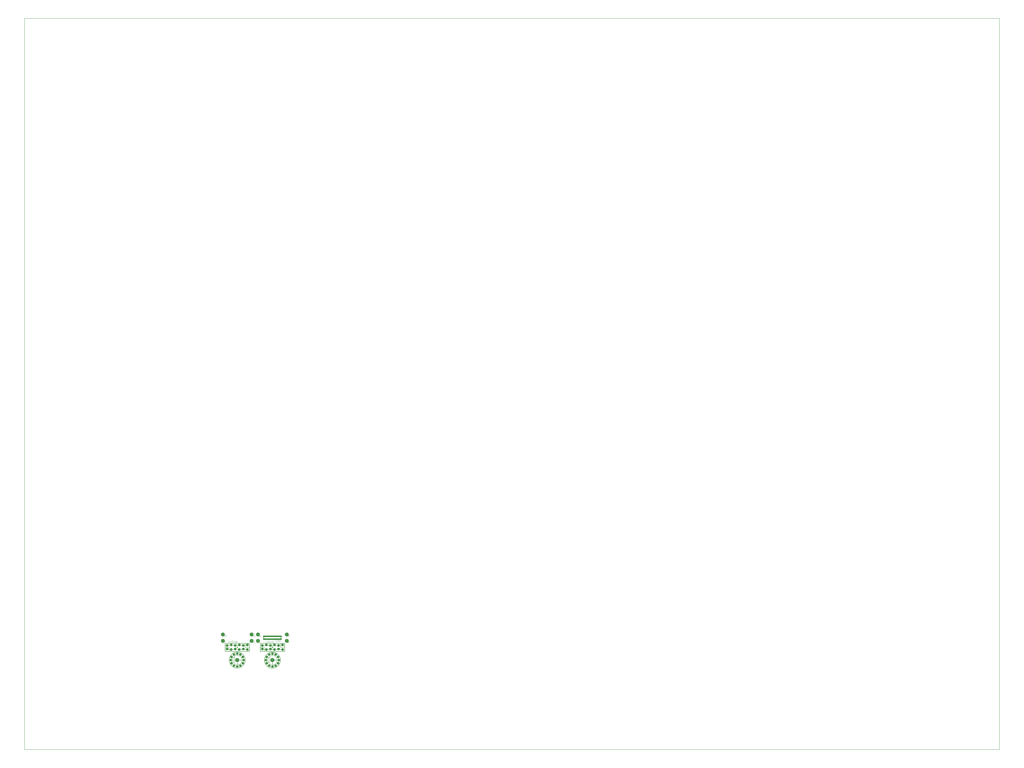
<source format=gbr>
G04 This is an RS-274x file exported by *
G04 gerbv version 2.7.0 *
G04 More information is available about gerbv at *
G04 http://gerbv.geda-project.org/ *
G04 --End of header info--*
%MOIN*%
%FSLAX36Y36*%
%IPPOS*%
G04 --Define apertures--*
%ADD10C,0.0100*%
%ADD11C,0.0060*%
%ADD12C,0.0040*%
%ADD13C,0.0551*%
%ADD14C,0.0600*%
%ADD15C,0.0945*%
%ADD16C,0.0001*%
%ADD17C,0.0394*%
%ADD18C,0.0380*%
%ADD19C,0.0787*%
%ADD20R,0.0060X0.0060*%
%ADD21C,0.0611*%
%ADD22C,0.0660*%
%ADD23C,0.0960*%
%ADD24C,0.1005*%
%ADD25C,0.0390*%
%ADD26C,0.0790*%
G04 --Start main section--*
G54D10*
G01X6102360Y2542720D02*
G01X6102360Y2492720D01*
G01X6077360Y2517720D02*
G01X6127360Y2517720D01*
G01X5221220Y2517720D02*
G01X5251220Y2517720D01*
G01X5236220Y2532720D02*
G01X5236220Y2502720D01*
G01X6161420Y2202760D02*
G01X6204720Y2202760D01*
G01X6102360Y2143700D02*
G01X6102360Y2100390D01*
G54D11*
G01X6102360Y2320870D02*
G75*
G03X5984250Y2202760I0000000J-118110D01*
G01X6220470Y2202760D02*
G75*
G03X6102360Y2320870I-118110J0000000D01*
G01X6102360Y2084650D02*
G75*
G03X6220470Y2202760I0000000J0118110D01*
G01X5984250Y2202760D02*
G75*
G03X6102360Y2084650I0118110J0000000D01*
G01X5944880Y2202760D02*
G75*
G03X6102360Y2045280I0157480J0000000D01*
G01X6102360Y2045280D02*
G75*
G03X6259840Y2202760I0000000J0157480D01*
G01X6259840Y2202760D02*
G75*
G03X6102360Y2360240I-157480J0000000D01*
G01X6102360Y2360240D02*
G75*
G03X5944880Y2202760I0000000J-157480D01*
G54D10*
G01X6102360Y2005910D02*
G75*
G03X6299210Y2202760I0000000J0196850D01*
G01X6299210Y2202760D02*
G75*
G03X6102360Y2399610I-196850J0000000D01*
G01X6102360Y2399610D02*
G75*
G03X5905510Y2202760I0000000J-196850D01*
G01X5905510Y2202760D02*
G75*
G03X6102360Y2005910I0196850J0000000D01*
G01X5802360Y2617720D02*
G01X6402360Y2617720D01*
G01X5802360Y2617720D02*
G01X5802360Y2417720D01*
G01X5802360Y2417720D02*
G01X6402360Y2417720D01*
G01X6402360Y2617720D02*
G01X6402360Y2417720D01*
G54D11*
G01X5852360Y2567720D02*
G01X6352360Y2567720D01*
G01X5852360Y2467720D02*
G01X6352360Y2467720D01*
G01X5802360Y2517720D02*
G01X5902360Y2517720D01*
G01X5902360Y2517720D02*
G01X5902360Y2417720D01*
G01X6302360Y2617720D02*
G01X6302360Y2517720D01*
G01X6302360Y2517720D02*
G01X6402360Y2517720D01*
G54D10*
G01X4935990Y2617880D02*
G01X5535990Y2617880D01*
G01X4935990Y2617880D02*
G01X4935990Y2417880D01*
G01X4935990Y2417880D02*
G01X5535990Y2417880D01*
G01X5535990Y2617880D02*
G01X5535990Y2417880D01*
G54D11*
G01X4985990Y2567880D02*
G01X5485990Y2567880D01*
G01X4985990Y2467880D02*
G01X5485990Y2467880D01*
G01X4935990Y2517880D02*
G01X5035990Y2517880D01*
G01X5035990Y2517880D02*
G01X5035990Y2417880D01*
G01X5435990Y2617880D02*
G01X5435990Y2517880D01*
G01X5435990Y2517880D02*
G01X5535990Y2517880D01*
G54D10*
G01X5295280Y2202760D02*
G01X5338580Y2202760D01*
G01X5236220Y2143700D02*
G01X5236220Y2100390D01*
G54D11*
G01X5236220Y2320870D02*
G75*
G03X5118110Y2202760I0000000J-118110D01*
G01X5354330Y2202760D02*
G75*
G03X5236220Y2320870I-118110J0000000D01*
G01X5236220Y2084650D02*
G75*
G03X5354330Y2202760I0000000J0118110D01*
G01X5118110Y2202760D02*
G75*
G03X5236220Y2084650I0118110J0000000D01*
G01X5078740Y2202760D02*
G75*
G03X5236220Y2045280I0157480J0000000D01*
G01X5236220Y2045280D02*
G75*
G03X5393700Y2202760I0000000J0157480D01*
G01X5393700Y2202760D02*
G75*
G03X5236220Y2360240I-157480J0000000D01*
G01X5236220Y2360240D02*
G75*
G03X5078740Y2202760I0000000J-157480D01*
G54D10*
G01X5236220Y2005910D02*
G75*
G03X5433070Y2202760I0000000J0196850D01*
G01X5433070Y2202760D02*
G75*
G03X5236220Y2399610I-196850J0000000D01*
G01X5236220Y2399610D02*
G75*
G03X5039370Y2202760I0000000J-196850D01*
G01X5039370Y2202760D02*
G75*
G03X5236220Y2005910I0196850J0000000D01*
G54D12*
G01X6131890Y2670980D02*
G01X6131890Y2640980D01*
G01X6131890Y2640980D02*
G01X6126890Y2635980D01*
G01X6116890Y2635980D02*
G01X6126890Y2635980D01*
G01X6116890Y2635980D02*
G01X6111890Y2640980D01*
G01X6111890Y2670980D02*
G01X6111890Y2640980D01*
G01X6116890Y2675980D02*
G01X6111890Y2670980D01*
G01X6116890Y2675980D02*
G01X6126890Y2675980D01*
G01X6131890Y2670980D02*
G01X6126890Y2675980D01*
G01X6099890Y2675980D02*
G01X6099890Y2635980D01*
G01X6079890Y2635980D02*
G01X6099890Y2635980D01*
G01X6084890Y2653980D02*
G01X6099890Y2653980D01*
G01X6067890Y2675980D02*
G01X6067890Y2635980D01*
G01X6047890Y2635980D02*
G01X6067890Y2635980D01*
G01X6052890Y2653980D02*
G01X6067890Y2653980D01*
G01X6015890Y2635980D02*
G01X6010890Y2640980D01*
G01X6015890Y2635980D02*
G01X6030890Y2635980D01*
G01X6035890Y2640980D02*
G01X6030890Y2635980D01*
G01X6035890Y2650980D02*
G01X6035890Y2640980D01*
G01X6035890Y2650980D02*
G01X6030890Y2655980D01*
G01X6015890Y2655980D02*
G01X6030890Y2655980D01*
G01X6015890Y2655980D02*
G01X6010890Y2660980D01*
G01X6010890Y2670980D02*
G01X6010890Y2660980D01*
G01X6015890Y2675980D02*
G01X6010890Y2670980D01*
G01X6015890Y2675980D02*
G01X6030890Y2675980D01*
G01X6035890Y2670980D02*
G01X6030890Y2675980D01*
G01X5983890Y2653980D02*
G01X5998890Y2653980D01*
G01X5978890Y2675980D02*
G01X5998890Y2675980D01*
G01X5998890Y2675980D02*
G01X5998890Y2635980D01*
G01X5978890Y2635980D02*
G01X5998890Y2635980D01*
G01X5946890Y2635980D02*
G01X5966890Y2635980D01*
G01X5956890Y2675980D02*
G01X5956890Y2635980D01*
G01X5934890Y2643980D02*
G01X5926890Y2635980D01*
G01X5926890Y2675980D02*
G01X5926890Y2635980D01*
G01X5919890Y2675980D02*
G01X5934890Y2675980D01*
G01X6456690Y2665200D02*
G01X6456690Y2625200D01*
G01X6481690Y2665200D02*
G01X6481690Y2625200D01*
G01X6456690Y2645200D02*
G01X6481690Y2645200D01*
G01X6493690Y2660200D02*
G01X6498690Y2665200D01*
G01X6498690Y2665200D02*
G01X6508690Y2665200D01*
G01X6508690Y2665200D02*
G01X6513690Y2660200D01*
G01X6508690Y2625200D02*
G01X6513690Y2630200D01*
G01X6498690Y2625200D02*
G01X6508690Y2625200D01*
G01X6493690Y2630200D02*
G01X6498690Y2625200D01*
G01X6498690Y2647200D02*
G01X6508690Y2647200D01*
G01X6513690Y2660200D02*
G01X6513690Y2652200D01*
G01X6513690Y2642200D02*
G01X6513690Y2630200D01*
G01X6513690Y2642200D02*
G01X6508690Y2647200D01*
G01X6513690Y2652200D02*
G01X6508690Y2647200D01*
G01X6456690Y2822680D02*
G01X6456690Y2782680D01*
G01X6481690Y2822680D02*
G01X6481690Y2782680D01*
G01X6456690Y2802680D02*
G01X6481690Y2802680D01*
G01X6493690Y2797680D02*
G01X6513690Y2822680D01*
G01X6493690Y2797680D02*
G01X6518690Y2797680D01*
G01X6513690Y2822680D02*
G01X6513690Y2782680D01*
G01X6297600Y2696460D02*
G01X6297600Y2656460D01*
G01X6297600Y2656460D02*
G01X6282600Y2676460D01*
G01X6282600Y2676460D02*
G01X6267600Y2656460D01*
G01X6267600Y2696460D02*
G01X6267600Y2656460D01*
G01X6240600Y2674460D02*
G01X6255600Y2674460D01*
G01X6235600Y2696460D02*
G01X6255600Y2696460D01*
G01X6255600Y2696460D02*
G01X6255600Y2656460D01*
G01X6235600Y2656460D02*
G01X6255600Y2656460D01*
G01X6198600Y2656460D02*
G01X6223600Y2656460D01*
G01X6223600Y2696460D02*
G01X6198600Y2656460D01*
G01X6198600Y2696460D02*
G01X6223600Y2696460D01*
G01X6186600Y2664460D02*
G01X6178600Y2656460D01*
G01X6178600Y2696460D02*
G01X6178600Y2656460D01*
G01X6171600Y2696460D02*
G01X6186600Y2696460D01*
G01X5748030Y2822680D02*
G01X5748030Y2782680D01*
G01X5773030Y2822680D02*
G01X5773030Y2782680D01*
G01X5748030Y2802680D02*
G01X5773030Y2802680D01*
G01X5785030Y2817680D02*
G01X5790030Y2822680D01*
G01X5790030Y2822680D02*
G01X5805030Y2822680D01*
G01X5805030Y2822680D02*
G01X5810030Y2817680D01*
G01X5810030Y2817680D02*
G01X5810030Y2807680D01*
G01X5785030Y2782680D02*
G01X5810030Y2807680D01*
G01X5785030Y2782680D02*
G01X5810030Y2782680D01*
G01X5748030Y2665200D02*
G01X5748030Y2625200D01*
G01X5773030Y2665200D02*
G01X5773030Y2625200D01*
G01X5748030Y2645200D02*
G01X5773030Y2645200D01*
G01X5785030Y2657200D02*
G01X5793030Y2665200D01*
G01X5793030Y2665200D02*
G01X5793030Y2625200D01*
G01X5785030Y2625200D02*
G01X5800030Y2625200D01*
G01X6052990Y2281500D02*
G01X6052990Y2261500D01*
G01X6052990Y2261500D02*
G01X6047990Y2256500D01*
G01X6037990Y2256500D02*
G01X6047990Y2256500D01*
G01X6032990Y2261500D02*
G01X6037990Y2256500D01*
G01X6032990Y2276500D02*
G01X6032990Y2261500D01*
G01X6012990Y2276500D02*
G01X6052990Y2276500D01*
G01X6032990Y2268500D02*
G01X6012990Y2256500D01*
G01X6052990Y2244500D02*
G01X6052990Y2234500D01*
G01X6012990Y2239500D02*
G01X6052990Y2239500D01*
G01X6012990Y2244500D02*
G01X6012990Y2234500D01*
G01X6012990Y2222500D02*
G01X6052990Y2222500D01*
G01X6052990Y2222500D02*
G01X6012990Y2197500D01*
G01X6012990Y2197500D02*
G01X6052990Y2197500D01*
G01X6052990Y2165500D02*
G01X6047990Y2160500D01*
G01X6052990Y2180500D02*
G01X6052990Y2165500D01*
G01X6047990Y2185500D02*
G01X6052990Y2180500D01*
G01X6017990Y2185500D02*
G01X6047990Y2185500D01*
G01X6017990Y2185500D02*
G01X6012990Y2180500D01*
G01X6012990Y2180500D02*
G01X6012990Y2165500D01*
G01X6012990Y2165500D02*
G01X6017990Y2160500D01*
G01X6017990Y2160500D02*
G01X6027990Y2160500D01*
G01X6032990Y2165500D02*
G01X6027990Y2160500D01*
G01X6032990Y2175500D02*
G01X6032990Y2165500D01*
G01X6044990Y2148500D02*
G01X6052990Y2140500D01*
G01X6012990Y2140500D02*
G01X6052990Y2140500D01*
G01X6012990Y2148500D02*
G01X6012990Y2133500D01*
G01X5236220Y2670990D02*
G01X5236220Y2640990D01*
G01X5236220Y2640990D02*
G01X5231220Y2635990D01*
G01X5221220Y2635990D02*
G01X5231220Y2635990D01*
G01X5221220Y2635990D02*
G01X5216220Y2640990D01*
G01X5216220Y2670990D02*
G01X5216220Y2640990D01*
G01X5221220Y2675990D02*
G01X5216220Y2670990D01*
G01X5221220Y2675990D02*
G01X5231220Y2675990D01*
G01X5236220Y2670990D02*
G01X5231220Y2675990D01*
G01X5204220Y2675990D02*
G01X5204220Y2635990D01*
G01X5184220Y2635990D02*
G01X5204220Y2635990D01*
G01X5189220Y2653990D02*
G01X5204220Y2653990D01*
G01X5172220Y2675990D02*
G01X5172220Y2635990D01*
G01X5152220Y2635990D02*
G01X5172220Y2635990D01*
G01X5157220Y2653990D02*
G01X5172220Y2653990D01*
G01X5120220Y2635990D02*
G01X5115220Y2640990D01*
G01X5120220Y2635990D02*
G01X5135220Y2635990D01*
G01X5140220Y2640990D02*
G01X5135220Y2635990D01*
G01X5140220Y2650990D02*
G01X5140220Y2640990D01*
G01X5140220Y2650990D02*
G01X5135220Y2655990D01*
G01X5120220Y2655990D02*
G01X5135220Y2655990D01*
G01X5120220Y2655990D02*
G01X5115220Y2660990D01*
G01X5115220Y2670990D02*
G01X5115220Y2660990D01*
G01X5120220Y2675990D02*
G01X5115220Y2670990D01*
G01X5120220Y2675990D02*
G01X5135220Y2675990D01*
G01X5140220Y2670990D02*
G01X5135220Y2675990D01*
G01X5088220Y2653990D02*
G01X5103220Y2653990D01*
G01X5083220Y2675990D02*
G01X5103220Y2675990D01*
G01X5103220Y2675990D02*
G01X5103220Y2635990D01*
G01X5083220Y2635990D02*
G01X5103220Y2635990D01*
G01X5051220Y2635990D02*
G01X5071220Y2635990D01*
G01X5061220Y2675990D02*
G01X5061220Y2635990D01*
G01X5039220Y2640990D02*
G01X5034220Y2635990D01*
G01X5024220Y2635990D02*
G01X5034220Y2635990D01*
G01X5024220Y2635990D02*
G01X5019220Y2640990D01*
G01X5024220Y2675990D02*
G01X5019220Y2670990D01*
G01X5024220Y2675990D02*
G01X5034220Y2675990D01*
G01X5039220Y2670990D02*
G01X5034220Y2675990D01*
G01X5024220Y2653990D02*
G01X5034220Y2653990D01*
G01X5019220Y2648990D02*
G01X5019220Y2640990D01*
G01X5019220Y2670990D02*
G01X5019220Y2658990D01*
G01X5019220Y2658990D02*
G01X5024220Y2653990D01*
G01X5019220Y2648990D02*
G01X5024220Y2653990D01*
G01X4881890Y2822680D02*
G01X4881890Y2782680D01*
G01X4906890Y2822680D02*
G01X4906890Y2782680D01*
G01X4881890Y2802680D02*
G01X4906890Y2802680D01*
G01X4918890Y2814680D02*
G01X4926890Y2822680D01*
G01X4926890Y2822680D02*
G01X4926890Y2782680D01*
G01X4918890Y2782680D02*
G01X4933890Y2782680D01*
G01X4945890Y2787680D02*
G01X4950890Y2782680D01*
G01X4945890Y2817680D02*
G01X4945890Y2787680D01*
G01X4945890Y2817680D02*
G01X4950890Y2822680D01*
G01X4950890Y2822680D02*
G01X4960890Y2822680D01*
G01X4960890Y2822680D02*
G01X4965890Y2817680D01*
G01X4965890Y2817680D02*
G01X4965890Y2787680D01*
G01X4960890Y2782680D02*
G01X4965890Y2787680D01*
G01X4950890Y2782680D02*
G01X4960890Y2782680D01*
G01X4945890Y2792680D02*
G01X4965890Y2812680D01*
G01X4881890Y2665200D02*
G01X4881890Y2625200D01*
G01X4906890Y2665200D02*
G01X4906890Y2625200D01*
G01X4881890Y2645200D02*
G01X4906890Y2645200D01*
G01X4923890Y2625200D02*
G01X4938890Y2645200D01*
G01X4938890Y2660200D02*
G01X4938890Y2645200D01*
G01X4933890Y2665200D02*
G01X4938890Y2660200D01*
G01X4923890Y2665200D02*
G01X4933890Y2665200D01*
G01X4918890Y2660200D02*
G01X4923890Y2665200D01*
G01X4918890Y2660200D02*
G01X4918890Y2650200D01*
G01X4918890Y2650200D02*
G01X4923890Y2645200D01*
G01X4923890Y2645200D02*
G01X4938890Y2645200D01*
G01X5186850Y2281500D02*
G01X5186850Y2261500D01*
G01X5186850Y2261500D02*
G01X5181850Y2256500D01*
G01X5171850Y2256500D02*
G01X5181850Y2256500D01*
G01X5166850Y2261500D02*
G01X5171850Y2256500D01*
G01X5166850Y2276500D02*
G01X5166850Y2261500D01*
G01X5146850Y2276500D02*
G01X5186850Y2276500D01*
G01X5166850Y2268500D02*
G01X5146850Y2256500D01*
G01X5186850Y2244500D02*
G01X5186850Y2234500D01*
G01X5146850Y2239500D02*
G01X5186850Y2239500D01*
G01X5146850Y2244500D02*
G01X5146850Y2234500D01*
G01X5146850Y2222500D02*
G01X5186850Y2222500D01*
G01X5186850Y2222500D02*
G01X5146850Y2197500D01*
G01X5146850Y2197500D02*
G01X5186850Y2197500D01*
G01X5186850Y2165500D02*
G01X5181850Y2160500D01*
G01X5186850Y2180500D02*
G01X5186850Y2165500D01*
G01X5181850Y2185500D02*
G01X5186850Y2180500D01*
G01X5151850Y2185500D02*
G01X5181850Y2185500D01*
G01X5151850Y2185500D02*
G01X5146850Y2180500D01*
G01X5146850Y2180500D02*
G01X5146850Y2165500D01*
G01X5146850Y2165500D02*
G01X5151850Y2160500D01*
G01X5151850Y2160500D02*
G01X5161850Y2160500D01*
G01X5166850Y2165500D02*
G01X5161850Y2160500D01*
G01X5166850Y2175500D02*
G01X5166850Y2165500D01*
G01X5181850Y2148500D02*
G01X5186850Y2143500D01*
G01X5186850Y2143500D02*
G01X5186850Y2133500D01*
G01X5186850Y2133500D02*
G01X5181850Y2128500D01*
G01X5146850Y2133500D02*
G01X5151850Y2128500D01*
G01X5146850Y2143500D02*
G01X5146850Y2133500D01*
G01X5151850Y2148500D02*
G01X5146850Y2143500D01*
G01X5168850Y2143500D02*
G01X5168850Y2133500D01*
G01X5173850Y2128500D02*
G01X5181850Y2128500D01*
G01X5151850Y2128500D02*
G01X5163850Y2128500D01*
G01X5163850Y2128500D02*
G01X5168850Y2133500D01*
G01X5173850Y2128500D02*
G01X5168850Y2133500D01*
G01X5590550Y2665200D02*
G01X5590550Y2625200D01*
G01X5615550Y2665200D02*
G01X5615550Y2625200D01*
G01X5590550Y2645200D02*
G01X5615550Y2645200D01*
G01X5627550Y2657200D02*
G01X5635550Y2665200D01*
G01X5635550Y2665200D02*
G01X5635550Y2625200D01*
G01X5627550Y2625200D02*
G01X5642550Y2625200D01*
G01X5654550Y2657200D02*
G01X5662550Y2665200D01*
G01X5662550Y2665200D02*
G01X5662550Y2625200D01*
G01X5654550Y2625200D02*
G01X5669550Y2625200D01*
G01X5590550Y2822680D02*
G01X5590550Y2782680D01*
G01X5615550Y2822680D02*
G01X5615550Y2782680D01*
G01X5590550Y2802680D02*
G01X5615550Y2802680D01*
G01X5627550Y2814680D02*
G01X5635550Y2822680D01*
G01X5635550Y2822680D02*
G01X5635550Y2782680D01*
G01X5627550Y2782680D02*
G01X5642550Y2782680D01*
G01X5654550Y2817680D02*
G01X5659550Y2822680D01*
G01X5659550Y2822680D02*
G01X5674550Y2822680D01*
G01X5674550Y2822680D02*
G01X5679550Y2817680D01*
G01X5679550Y2817680D02*
G01X5679550Y2807680D01*
G01X5654550Y2782680D02*
G01X5679550Y2807680D01*
G01X5654550Y2782680D02*
G01X5679550Y2782680D01*
G01X0000000Y0000000D02*
G54D13*
G01X6181100Y2338580D03*
G54D14*
G01X6152360Y2462720D03*
G54D13*
G01X6240160Y2279530D03*
G54D14*
G01X6352360Y2577720D03*
G01X6352360Y2462720D03*
G01X6252360Y2477720D03*
G01X6252360Y2562720D03*
G01X6152360Y2577720D03*
G01X6052360Y2562720D03*
G01X6052360Y2477720D03*
G54D15*
G01X6456690Y2675200D03*
G54D13*
G01X6102360Y2360240D03*
G01X5944880Y2202760D03*
G01X6023620Y2338580D03*
G01X5964570Y2279530D03*
G54D15*
G01X6102360Y2202760D03*
G54D13*
G01X6102360Y2045280D03*
G01X6259840Y2202760D03*
G01X6181100Y2066930D03*
G01X6240160Y2125980D03*
G01X6023620Y2066930D03*
G01X5964570Y2125980D03*
G54D14*
G01X5952360Y2462720D03*
G54D15*
G01X6456690Y2832680D03*
G01X5748030Y2832680D03*
G01X5590550Y2832680D03*
G01X4881890Y2832680D03*
G54D14*
G01X5952360Y2577720D03*
G01X5852360Y2562720D03*
G01X5852360Y2477720D03*
G54D15*
G01X5748030Y2675200D03*
G01X5590550Y2675200D03*
G54D14*
G01X5485990Y2577880D03*
G01X5285990Y2577880D03*
G01X5185990Y2562880D03*
G01X5085990Y2577880D03*
G01X4985990Y2562880D03*
G54D15*
G01X4881890Y2675200D03*
G54D14*
G01X5485990Y2462880D03*
G01X5285990Y2462880D03*
G01X5185990Y2477880D03*
G01X5085990Y2462880D03*
G01X4985990Y2477880D03*
G01X5385990Y2477880D03*
G01X5385990Y2562880D03*
G54D15*
G01X5236220Y2202760D03*
G54D13*
G01X5078740Y2202760D03*
G01X5098430Y2279530D03*
G01X5098430Y2125980D03*
G01X5236220Y2045280D03*
G01X5236220Y2360240D03*
G01X5157480Y2338580D03*
G01X5157480Y2066930D03*
G01X5393700Y2202760D03*
G01X5314960Y2066930D03*
G01X5314960Y2338580D03*
G01X5374020Y2125980D03*
G01X5374020Y2279530D03*
G54D16*
G36*
G01X6320670Y2797830D02*
G01X6312400Y2797830D01*
G01X6312400Y2770280D01*
G01X6320670Y2770280D01*
G01X6320670Y2797830D01*
G37*
G36*
G01X6320670Y2737600D02*
G01X6312400Y2737600D01*
G01X6312400Y2710040D01*
G01X6320670Y2710040D01*
G01X6320670Y2737600D01*
G37*
G36*
G01X6070870Y2798430D02*
G01X6064570Y2798430D01*
G01X6064570Y2780310D01*
G01X6070870Y2780310D01*
G01X6070870Y2798430D01*
G37*
G36*
G01X6084650Y2798430D02*
G01X6078350Y2798430D01*
G01X6078350Y2780310D01*
G01X6084650Y2780310D01*
G01X6084650Y2798430D01*
G37*
G36*
G01X6098430Y2798430D02*
G01X6092130Y2798430D01*
G01X6092130Y2780310D01*
G01X6098430Y2780310D01*
G01X6098430Y2798430D01*
G37*
G36*
G01X6112200Y2798430D02*
G01X6105910Y2798430D01*
G01X6105910Y2780310D01*
G01X6112200Y2780310D01*
G01X6112200Y2798430D01*
G37*
G36*
G01X6125980Y2798430D02*
G01X6119690Y2798430D01*
G01X6119690Y2780310D01*
G01X6125980Y2780310D01*
G01X6125980Y2798430D01*
G37*
G36*
G01X6139760Y2798430D02*
G01X6133460Y2798430D01*
G01X6133460Y2780310D01*
G01X6139760Y2780310D01*
G01X6139760Y2798430D01*
G37*
G36*
G01X6153540Y2798430D02*
G01X6147240Y2798430D01*
G01X6147240Y2780310D01*
G01X6153540Y2780310D01*
G01X6153540Y2798430D01*
G37*
G36*
G01X6167320Y2798430D02*
G01X6161020Y2798430D01*
G01X6161020Y2780310D01*
G01X6167320Y2780310D01*
G01X6167320Y2798430D01*
G37*
G36*
G01X6181100Y2798430D02*
G01X6174800Y2798430D01*
G01X6174800Y2780310D01*
G01X6181100Y2780310D01*
G01X6181100Y2798430D01*
G37*
G36*
G01X6194880Y2798430D02*
G01X6188580Y2798430D01*
G01X6188580Y2780310D01*
G01X6194880Y2780310D01*
G01X6194880Y2798430D01*
G37*
G36*
G01X6208660Y2798430D02*
G01X6202360Y2798430D01*
G01X6202360Y2780310D01*
G01X6208660Y2780310D01*
G01X6208660Y2798430D01*
G37*
G36*
G01X6222440Y2798430D02*
G01X6216140Y2798430D01*
G01X6216140Y2780310D01*
G01X6222440Y2780310D01*
G01X6222440Y2798430D01*
G37*
G36*
G01X6236220Y2798430D02*
G01X6229920Y2798430D01*
G01X6229920Y2780310D01*
G01X6236220Y2780310D01*
G01X6236220Y2798430D01*
G37*
G36*
G01X6250000Y2798430D02*
G01X6243700Y2798430D01*
G01X6243700Y2780310D01*
G01X6250000Y2780310D01*
G01X6250000Y2798430D01*
G37*
G36*
G01X6263780Y2798430D02*
G01X6257480Y2798430D01*
G01X6257480Y2780310D01*
G01X6263780Y2780310D01*
G01X6263780Y2798430D01*
G37*
G36*
G01X6277560Y2798430D02*
G01X6271260Y2798430D01*
G01X6271260Y2780310D01*
G01X6277560Y2780310D01*
G01X6277560Y2798430D01*
G37*
G36*
G01X6291340Y2798430D02*
G01X6285040Y2798430D01*
G01X6285040Y2780310D01*
G01X6291340Y2780310D01*
G01X6291340Y2798430D01*
G37*
G36*
G01X6305120Y2798430D02*
G01X6298820Y2798430D01*
G01X6298820Y2780310D01*
G01X6305120Y2780310D01*
G01X6305120Y2798430D01*
G37*
G36*
G01X6098430Y2727560D02*
G01X6092130Y2727560D01*
G01X6092130Y2709450D01*
G01X6098430Y2709450D01*
G01X6098430Y2727560D01*
G37*
G36*
G01X6112200Y2727560D02*
G01X6105910Y2727560D01*
G01X6105910Y2709450D01*
G01X6112200Y2709450D01*
G01X6112200Y2727560D01*
G37*
G36*
G01X6125980Y2727560D02*
G01X6119690Y2727560D01*
G01X6119690Y2709450D01*
G01X6125980Y2709450D01*
G01X6125980Y2727560D01*
G37*
G36*
G01X6139760Y2727560D02*
G01X6133460Y2727560D01*
G01X6133460Y2709450D01*
G01X6139760Y2709450D01*
G01X6139760Y2727560D01*
G37*
G36*
G01X6153540Y2727560D02*
G01X6147240Y2727560D01*
G01X6147240Y2709450D01*
G01X6153540Y2709450D01*
G01X6153540Y2727560D01*
G37*
G36*
G01X6167320Y2727560D02*
G01X6161020Y2727560D01*
G01X6161020Y2709450D01*
G01X6167320Y2709450D01*
G01X6167320Y2727560D01*
G37*
G36*
G01X6181100Y2727560D02*
G01X6174800Y2727560D01*
G01X6174800Y2709450D01*
G01X6181100Y2709450D01*
G01X6181100Y2727560D01*
G37*
G36*
G01X6194880Y2727560D02*
G01X6188580Y2727560D01*
G01X6188580Y2709450D01*
G01X6194880Y2709450D01*
G01X6194880Y2727560D01*
G37*
G36*
G01X6208660Y2727560D02*
G01X6202360Y2727560D01*
G01X6202360Y2709450D01*
G01X6208660Y2709450D01*
G01X6208660Y2727560D01*
G37*
G36*
G01X6222440Y2727560D02*
G01X6216140Y2727560D01*
G01X6216140Y2709450D01*
G01X6222440Y2709450D01*
G01X6222440Y2727560D01*
G37*
G36*
G01X6236220Y2727560D02*
G01X6229920Y2727560D01*
G01X6229920Y2709450D01*
G01X6236220Y2709450D01*
G01X6236220Y2727560D01*
G37*
G36*
G01X6250000Y2727560D02*
G01X6243700Y2727560D01*
G01X6243700Y2709450D01*
G01X6250000Y2709450D01*
G01X6250000Y2727560D01*
G37*
G36*
G01X6263780Y2727560D02*
G01X6257480Y2727560D01*
G01X6257480Y2709450D01*
G01X6263780Y2709450D01*
G01X6263780Y2727560D01*
G37*
G36*
G01X6277560Y2727560D02*
G01X6271260Y2727560D01*
G01X6271260Y2709450D01*
G01X6277560Y2709450D01*
G01X6277560Y2727560D01*
G37*
G36*
G01X6291340Y2727560D02*
G01X6285040Y2727560D01*
G01X6285040Y2709450D01*
G01X6291340Y2709450D01*
G01X6291340Y2727560D01*
G37*
G36*
G01X6305120Y2727560D02*
G01X6298820Y2727560D01*
G01X6298820Y2709450D01*
G01X6305120Y2709450D01*
G01X6305120Y2727560D01*
G37*
G36*
G01X5891930Y2797830D02*
G01X5883660Y2797830D01*
G01X5883660Y2770280D01*
G01X5891930Y2770280D01*
G01X5891930Y2797830D01*
G37*
G36*
G01X5891930Y2737600D02*
G01X5883660Y2737600D01*
G01X5883660Y2710040D01*
G01X5891930Y2710040D01*
G01X5891930Y2737600D01*
G37*
G36*
G01X5905510Y2798430D02*
G01X5899210Y2798430D01*
G01X5899210Y2780310D01*
G01X5905510Y2780310D01*
G01X5905510Y2798430D01*
G37*
G36*
G01X5919290Y2798430D02*
G01X5912990Y2798430D01*
G01X5912990Y2780310D01*
G01X5919290Y2780310D01*
G01X5919290Y2798430D01*
G37*
G36*
G01X5933070Y2798430D02*
G01X5926770Y2798430D01*
G01X5926770Y2780310D01*
G01X5933070Y2780310D01*
G01X5933070Y2798430D01*
G37*
G36*
G01X5946850Y2798430D02*
G01X5940550Y2798430D01*
G01X5940550Y2780310D01*
G01X5946850Y2780310D01*
G01X5946850Y2798430D01*
G37*
G36*
G01X5960630Y2798430D02*
G01X5954330Y2798430D01*
G01X5954330Y2780310D01*
G01X5960630Y2780310D01*
G01X5960630Y2798430D01*
G37*
G36*
G01X5905510Y2727560D02*
G01X5899210Y2727560D01*
G01X5899210Y2709450D01*
G01X5905510Y2709450D01*
G01X5905510Y2727560D01*
G37*
G36*
G01X5974410Y2798430D02*
G01X5968110Y2798430D01*
G01X5968110Y2780310D01*
G01X5974410Y2780310D01*
G01X5974410Y2798430D01*
G37*
G36*
G01X5988190Y2798430D02*
G01X5981890Y2798430D01*
G01X5981890Y2780310D01*
G01X5988190Y2780310D01*
G01X5988190Y2798430D01*
G37*
G36*
G01X6001970Y2798430D02*
G01X5995670Y2798430D01*
G01X5995670Y2780310D01*
G01X6001970Y2780310D01*
G01X6001970Y2798430D01*
G37*
G36*
G01X6015750Y2798430D02*
G01X6009450Y2798430D01*
G01X6009450Y2780310D01*
G01X6015750Y2780310D01*
G01X6015750Y2798430D01*
G37*
G36*
G01X6029530Y2798430D02*
G01X6023230Y2798430D01*
G01X6023230Y2780310D01*
G01X6029530Y2780310D01*
G01X6029530Y2798430D01*
G37*
G36*
G01X6043310Y2798430D02*
G01X6037010Y2798430D01*
G01X6037010Y2780310D01*
G01X6043310Y2780310D01*
G01X6043310Y2798430D01*
G37*
G36*
G01X6057090Y2798430D02*
G01X6050790Y2798430D01*
G01X6050790Y2780310D01*
G01X6057090Y2780310D01*
G01X6057090Y2798430D01*
G37*
G36*
G01X5919290Y2727560D02*
G01X5912990Y2727560D01*
G01X5912990Y2709450D01*
G01X5919290Y2709450D01*
G01X5919290Y2727560D01*
G37*
G36*
G01X5933070Y2727560D02*
G01X5926770Y2727560D01*
G01X5926770Y2709450D01*
G01X5933070Y2709450D01*
G01X5933070Y2727560D01*
G37*
G36*
G01X5946850Y2727560D02*
G01X5940550Y2727560D01*
G01X5940550Y2709450D01*
G01X5946850Y2709450D01*
G01X5946850Y2727560D01*
G37*
G36*
G01X5960630Y2727560D02*
G01X5954330Y2727560D01*
G01X5954330Y2709450D01*
G01X5960630Y2709450D01*
G01X5960630Y2727560D01*
G37*
G36*
G01X5974410Y2727560D02*
G01X5968110Y2727560D01*
G01X5968110Y2709450D01*
G01X5974410Y2709450D01*
G01X5974410Y2727560D01*
G37*
G36*
G01X5988190Y2727560D02*
G01X5981890Y2727560D01*
G01X5981890Y2709450D01*
G01X5988190Y2709450D01*
G01X5988190Y2727560D01*
G37*
G36*
G01X6001970Y2727560D02*
G01X5995670Y2727560D01*
G01X5995670Y2709450D01*
G01X6001970Y2709450D01*
G01X6001970Y2727560D01*
G37*
G36*
G01X6015750Y2727560D02*
G01X6009450Y2727560D01*
G01X6009450Y2709450D01*
G01X6015750Y2709450D01*
G01X6015750Y2727560D01*
G37*
G36*
G01X6029530Y2727560D02*
G01X6023230Y2727560D01*
G01X6023230Y2709450D01*
G01X6029530Y2709450D01*
G01X6029530Y2727560D01*
G37*
G36*
G01X6043310Y2727560D02*
G01X6037010Y2727560D01*
G01X6037010Y2709450D01*
G01X6043310Y2709450D01*
G01X6043310Y2727560D01*
G37*
G36*
G01X6057090Y2727560D02*
G01X6050790Y2727560D01*
G01X6050790Y2709450D01*
G01X6057090Y2709450D01*
G01X6057090Y2727560D01*
G37*
G36*
G01X6070870Y2727560D02*
G01X6064570Y2727560D01*
G01X6064570Y2709450D01*
G01X6070870Y2709450D01*
G01X6070870Y2727560D01*
G37*
G36*
G01X6084650Y2727560D02*
G01X6078350Y2727560D01*
G01X6078350Y2709450D01*
G01X6084650Y2709450D01*
G01X6084650Y2727560D01*
G37*
G01X0000000Y0000000D02*
G54D20*
G01X0000000Y18000000D02*
G01X0000000Y0000000D01*
G01X0000000Y18000000D02*
G01X24000000Y18000000D01*
G01X0000000Y0000000D02*
G01X24000000Y0000000D01*
G01X24000000Y18000000D02*
G01X24000000Y0000000D01*
G01X0000000Y0000000D02*
G54D21*
G01X6181100Y2338580D03*
G54D22*
G01X6152360Y2462720D03*
G54D21*
G01X6240160Y2279530D03*
G54D22*
G01X6352360Y2577720D03*
G01X6352360Y2462720D03*
G01X6252360Y2477720D03*
G01X6252360Y2562720D03*
G01X6152360Y2577720D03*
G01X6052360Y2562720D03*
G01X6052360Y2477720D03*
G54D23*
G01X6456690Y2675200D03*
G54D21*
G01X6102360Y2360240D03*
G01X5944880Y2202760D03*
G01X6023620Y2338580D03*
G01X5964570Y2279530D03*
G54D24*
G01X6102360Y2202760D03*
G54D21*
G01X6102360Y2045280D03*
G01X6259840Y2202760D03*
G01X6181100Y2066930D03*
G01X6240160Y2125980D03*
G01X6023620Y2066930D03*
G01X5964570Y2125980D03*
G54D22*
G01X5952360Y2462720D03*
G54D23*
G01X6456690Y2832680D03*
G01X5748030Y2832680D03*
G01X5590550Y2832680D03*
G01X4881890Y2832680D03*
G54D22*
G01X5952360Y2577720D03*
G01X5852360Y2562720D03*
G01X5852360Y2477720D03*
G54D23*
G01X5748030Y2675200D03*
G01X5590550Y2675200D03*
G54D22*
G01X5485990Y2577880D03*
G01X5285990Y2577880D03*
G01X5185990Y2562880D03*
G01X5085990Y2577880D03*
G01X4985990Y2562880D03*
G54D23*
G01X4881890Y2675200D03*
G54D22*
G01X5485990Y2462880D03*
G01X5285990Y2462880D03*
G01X5185990Y2477880D03*
G01X5085990Y2462880D03*
G01X4985990Y2477880D03*
G01X5385990Y2477880D03*
G01X5385990Y2562880D03*
G54D24*
G01X5236220Y2202760D03*
G54D21*
G01X5078740Y2202760D03*
G01X5098430Y2279530D03*
G01X5098430Y2125980D03*
G01X5236220Y2045280D03*
G01X5236220Y2360240D03*
G01X5157480Y2338580D03*
G01X5157480Y2066930D03*
G01X5393700Y2202760D03*
G01X5314960Y2066930D03*
G01X5314960Y2338580D03*
G01X5374020Y2125980D03*
G01X5374020Y2279530D03*
G54D16*
G36*
G01X6330670Y2807830D02*
G01X6302400Y2807830D01*
G01X6302400Y2760280D01*
G01X6330670Y2760280D01*
G01X6330670Y2807830D01*
G37*
G36*
G01X6330670Y2747600D02*
G01X6302400Y2747600D01*
G01X6302400Y2700040D01*
G01X6330670Y2700040D01*
G01X6330670Y2747600D01*
G37*
G36*
G01X6080870Y2808430D02*
G01X6054570Y2808430D01*
G01X6054570Y2770310D01*
G01X6080870Y2770310D01*
G01X6080870Y2808430D01*
G37*
G36*
G01X6094650Y2808430D02*
G01X6068350Y2808430D01*
G01X6068350Y2770310D01*
G01X6094650Y2770310D01*
G01X6094650Y2808430D01*
G37*
G36*
G01X6108430Y2808430D02*
G01X6082130Y2808430D01*
G01X6082130Y2770310D01*
G01X6108430Y2770310D01*
G01X6108430Y2808430D01*
G37*
G36*
G01X6122200Y2808430D02*
G01X6095910Y2808430D01*
G01X6095910Y2770310D01*
G01X6122200Y2770310D01*
G01X6122200Y2808430D01*
G37*
G36*
G01X6135980Y2808430D02*
G01X6109690Y2808430D01*
G01X6109690Y2770310D01*
G01X6135980Y2770310D01*
G01X6135980Y2808430D01*
G37*
G36*
G01X6149760Y2808430D02*
G01X6123460Y2808430D01*
G01X6123460Y2770310D01*
G01X6149760Y2770310D01*
G01X6149760Y2808430D01*
G37*
G36*
G01X6163540Y2808430D02*
G01X6137240Y2808430D01*
G01X6137240Y2770310D01*
G01X6163540Y2770310D01*
G01X6163540Y2808430D01*
G37*
G36*
G01X6177320Y2808430D02*
G01X6151020Y2808430D01*
G01X6151020Y2770310D01*
G01X6177320Y2770310D01*
G01X6177320Y2808430D01*
G37*
G36*
G01X6191100Y2808430D02*
G01X6164800Y2808430D01*
G01X6164800Y2770310D01*
G01X6191100Y2770310D01*
G01X6191100Y2808430D01*
G37*
G36*
G01X6204880Y2808430D02*
G01X6178580Y2808430D01*
G01X6178580Y2770310D01*
G01X6204880Y2770310D01*
G01X6204880Y2808430D01*
G37*
G36*
G01X6218660Y2808430D02*
G01X6192360Y2808430D01*
G01X6192360Y2770310D01*
G01X6218660Y2770310D01*
G01X6218660Y2808430D01*
G37*
G36*
G01X6232440Y2808430D02*
G01X6206140Y2808430D01*
G01X6206140Y2770310D01*
G01X6232440Y2770310D01*
G01X6232440Y2808430D01*
G37*
G36*
G01X6246220Y2808430D02*
G01X6219920Y2808430D01*
G01X6219920Y2770310D01*
G01X6246220Y2770310D01*
G01X6246220Y2808430D01*
G37*
G36*
G01X6260000Y2808430D02*
G01X6233700Y2808430D01*
G01X6233700Y2770310D01*
G01X6260000Y2770310D01*
G01X6260000Y2808430D01*
G37*
G36*
G01X6273780Y2808430D02*
G01X6247480Y2808430D01*
G01X6247480Y2770310D01*
G01X6273780Y2770310D01*
G01X6273780Y2808430D01*
G37*
G36*
G01X6287560Y2808430D02*
G01X6261260Y2808430D01*
G01X6261260Y2770310D01*
G01X6287560Y2770310D01*
G01X6287560Y2808430D01*
G37*
G36*
G01X6301340Y2808430D02*
G01X6275040Y2808430D01*
G01X6275040Y2770310D01*
G01X6301340Y2770310D01*
G01X6301340Y2808430D01*
G37*
G36*
G01X6315120Y2808430D02*
G01X6288820Y2808430D01*
G01X6288820Y2770310D01*
G01X6315120Y2770310D01*
G01X6315120Y2808430D01*
G37*
G36*
G01X6108430Y2737560D02*
G01X6082130Y2737560D01*
G01X6082130Y2699450D01*
G01X6108430Y2699450D01*
G01X6108430Y2737560D01*
G37*
G36*
G01X6122200Y2737560D02*
G01X6095910Y2737560D01*
G01X6095910Y2699450D01*
G01X6122200Y2699450D01*
G01X6122200Y2737560D01*
G37*
G36*
G01X6135980Y2737560D02*
G01X6109690Y2737560D01*
G01X6109690Y2699450D01*
G01X6135980Y2699450D01*
G01X6135980Y2737560D01*
G37*
G36*
G01X6149760Y2737560D02*
G01X6123460Y2737560D01*
G01X6123460Y2699450D01*
G01X6149760Y2699450D01*
G01X6149760Y2737560D01*
G37*
G36*
G01X6163540Y2737560D02*
G01X6137240Y2737560D01*
G01X6137240Y2699450D01*
G01X6163540Y2699450D01*
G01X6163540Y2737560D01*
G37*
G36*
G01X6177320Y2737560D02*
G01X6151020Y2737560D01*
G01X6151020Y2699450D01*
G01X6177320Y2699450D01*
G01X6177320Y2737560D01*
G37*
G36*
G01X6191100Y2737560D02*
G01X6164800Y2737560D01*
G01X6164800Y2699450D01*
G01X6191100Y2699450D01*
G01X6191100Y2737560D01*
G37*
G36*
G01X6204880Y2737560D02*
G01X6178580Y2737560D01*
G01X6178580Y2699450D01*
G01X6204880Y2699450D01*
G01X6204880Y2737560D01*
G37*
G36*
G01X6218660Y2737560D02*
G01X6192360Y2737560D01*
G01X6192360Y2699450D01*
G01X6218660Y2699450D01*
G01X6218660Y2737560D01*
G37*
G36*
G01X6232440Y2737560D02*
G01X6206140Y2737560D01*
G01X6206140Y2699450D01*
G01X6232440Y2699450D01*
G01X6232440Y2737560D01*
G37*
G36*
G01X6246220Y2737560D02*
G01X6219920Y2737560D01*
G01X6219920Y2699450D01*
G01X6246220Y2699450D01*
G01X6246220Y2737560D01*
G37*
G36*
G01X6260000Y2737560D02*
G01X6233700Y2737560D01*
G01X6233700Y2699450D01*
G01X6260000Y2699450D01*
G01X6260000Y2737560D01*
G37*
G36*
G01X6273780Y2737560D02*
G01X6247480Y2737560D01*
G01X6247480Y2699450D01*
G01X6273780Y2699450D01*
G01X6273780Y2737560D01*
G37*
G36*
G01X6287560Y2737560D02*
G01X6261260Y2737560D01*
G01X6261260Y2699450D01*
G01X6287560Y2699450D01*
G01X6287560Y2737560D01*
G37*
G36*
G01X6301340Y2737560D02*
G01X6275040Y2737560D01*
G01X6275040Y2699450D01*
G01X6301340Y2699450D01*
G01X6301340Y2737560D01*
G37*
G36*
G01X6315120Y2737560D02*
G01X6288820Y2737560D01*
G01X6288820Y2699450D01*
G01X6315120Y2699450D01*
G01X6315120Y2737560D01*
G37*
G36*
G01X5901930Y2807830D02*
G01X5873660Y2807830D01*
G01X5873660Y2760280D01*
G01X5901930Y2760280D01*
G01X5901930Y2807830D01*
G37*
G36*
G01X5901930Y2747600D02*
G01X5873660Y2747600D01*
G01X5873660Y2700040D01*
G01X5901930Y2700040D01*
G01X5901930Y2747600D01*
G37*
G36*
G01X5915510Y2808430D02*
G01X5889210Y2808430D01*
G01X5889210Y2770310D01*
G01X5915510Y2770310D01*
G01X5915510Y2808430D01*
G37*
G36*
G01X5929290Y2808430D02*
G01X5902990Y2808430D01*
G01X5902990Y2770310D01*
G01X5929290Y2770310D01*
G01X5929290Y2808430D01*
G37*
G36*
G01X5943070Y2808430D02*
G01X5916770Y2808430D01*
G01X5916770Y2770310D01*
G01X5943070Y2770310D01*
G01X5943070Y2808430D01*
G37*
G36*
G01X5956850Y2808430D02*
G01X5930550Y2808430D01*
G01X5930550Y2770310D01*
G01X5956850Y2770310D01*
G01X5956850Y2808430D01*
G37*
G36*
G01X5970630Y2808430D02*
G01X5944330Y2808430D01*
G01X5944330Y2770310D01*
G01X5970630Y2770310D01*
G01X5970630Y2808430D01*
G37*
G36*
G01X5915510Y2737560D02*
G01X5889210Y2737560D01*
G01X5889210Y2699450D01*
G01X5915510Y2699450D01*
G01X5915510Y2737560D01*
G37*
G36*
G01X5984410Y2808430D02*
G01X5958110Y2808430D01*
G01X5958110Y2770310D01*
G01X5984410Y2770310D01*
G01X5984410Y2808430D01*
G37*
G36*
G01X5998190Y2808430D02*
G01X5971890Y2808430D01*
G01X5971890Y2770310D01*
G01X5998190Y2770310D01*
G01X5998190Y2808430D01*
G37*
G36*
G01X6011970Y2808430D02*
G01X5985670Y2808430D01*
G01X5985670Y2770310D01*
G01X6011970Y2770310D01*
G01X6011970Y2808430D01*
G37*
G36*
G01X6025750Y2808430D02*
G01X5999450Y2808430D01*
G01X5999450Y2770310D01*
G01X6025750Y2770310D01*
G01X6025750Y2808430D01*
G37*
G36*
G01X6039530Y2808430D02*
G01X6013230Y2808430D01*
G01X6013230Y2770310D01*
G01X6039530Y2770310D01*
G01X6039530Y2808430D01*
G37*
G36*
G01X6053310Y2808430D02*
G01X6027010Y2808430D01*
G01X6027010Y2770310D01*
G01X6053310Y2770310D01*
G01X6053310Y2808430D01*
G37*
G36*
G01X6067090Y2808430D02*
G01X6040790Y2808430D01*
G01X6040790Y2770310D01*
G01X6067090Y2770310D01*
G01X6067090Y2808430D01*
G37*
G36*
G01X5929290Y2737560D02*
G01X5902990Y2737560D01*
G01X5902990Y2699450D01*
G01X5929290Y2699450D01*
G01X5929290Y2737560D01*
G37*
G36*
G01X5943070Y2737560D02*
G01X5916770Y2737560D01*
G01X5916770Y2699450D01*
G01X5943070Y2699450D01*
G01X5943070Y2737560D01*
G37*
G36*
G01X5956850Y2737560D02*
G01X5930550Y2737560D01*
G01X5930550Y2699450D01*
G01X5956850Y2699450D01*
G01X5956850Y2737560D01*
G37*
G36*
G01X5970630Y2737560D02*
G01X5944330Y2737560D01*
G01X5944330Y2699450D01*
G01X5970630Y2699450D01*
G01X5970630Y2737560D01*
G37*
G36*
G01X5984410Y2737560D02*
G01X5958110Y2737560D01*
G01X5958110Y2699450D01*
G01X5984410Y2699450D01*
G01X5984410Y2737560D01*
G37*
G36*
G01X5998190Y2737560D02*
G01X5971890Y2737560D01*
G01X5971890Y2699450D01*
G01X5998190Y2699450D01*
G01X5998190Y2737560D01*
G37*
G36*
G01X6011970Y2737560D02*
G01X5985670Y2737560D01*
G01X5985670Y2699450D01*
G01X6011970Y2699450D01*
G01X6011970Y2737560D01*
G37*
G36*
G01X6025750Y2737560D02*
G01X5999450Y2737560D01*
G01X5999450Y2699450D01*
G01X6025750Y2699450D01*
G01X6025750Y2737560D01*
G37*
G36*
G01X6039530Y2737560D02*
G01X6013230Y2737560D01*
G01X6013230Y2699450D01*
G01X6039530Y2699450D01*
G01X6039530Y2737560D01*
G37*
G36*
G01X6053310Y2737560D02*
G01X6027010Y2737560D01*
G01X6027010Y2699450D01*
G01X6053310Y2699450D01*
G01X6053310Y2737560D01*
G37*
G36*
G01X6067090Y2737560D02*
G01X6040790Y2737560D01*
G01X6040790Y2699450D01*
G01X6067090Y2699450D01*
G01X6067090Y2737560D01*
G37*
G36*
G01X6080870Y2737560D02*
G01X6054570Y2737560D01*
G01X6054570Y2699450D01*
G01X6080870Y2699450D01*
G01X6080870Y2737560D01*
G37*
G36*
G01X6094650Y2737560D02*
G01X6068350Y2737560D01*
G01X6068350Y2699450D01*
G01X6094650Y2699450D01*
G01X6094650Y2737560D01*
G37*
G01X0000000Y0000000D02*
G54D18*
G01X4986000Y2562900D03*
G01X4986000Y2477900D03*
G01X5086000Y2577900D03*
G01X5086000Y2462900D03*
G01X5186000Y2562900D03*
G01X5186000Y2477900D03*
G01X5286000Y2577900D03*
G01X5286000Y2462900D03*
G01X5386000Y2562900D03*
G01X5386000Y2477900D03*
G01X5486000Y2577900D03*
G01X5486000Y2462900D03*
G01X5852400Y2562700D03*
G01X5852400Y2477700D03*
G01X5952400Y2577700D03*
G01X5952400Y2462700D03*
G01X6052400Y2562700D03*
G01X6052400Y2477700D03*
G01X6152400Y2577700D03*
G01X6152400Y2462700D03*
G01X6252400Y2562700D03*
G01X6252400Y2477700D03*
G01X6352400Y2577700D03*
G01X6352400Y2462700D03*
G54D25*
G01X5078700Y2202800D03*
G01X5098400Y2279500D03*
G01X5098400Y2126000D03*
G01X5157500Y2338600D03*
G01X5157500Y2066900D03*
G01X5236200Y2360200D03*
G01X5236200Y2045300D03*
G01X5315000Y2338600D03*
G01X5315000Y2066900D03*
G01X5374000Y2279500D03*
G01X5374000Y2126000D03*
G01X5393700Y2202800D03*
G01X5944900Y2202800D03*
G01X5964600Y2279500D03*
G01X5964600Y2126000D03*
G01X6023600Y2338600D03*
G01X6023600Y2066900D03*
G01X6102400Y2360200D03*
G01X6102400Y2045300D03*
G01X6181100Y2338600D03*
G01X6181100Y2066900D03*
G01X6240200Y2279500D03*
G01X6240200Y2126000D03*
G01X6259800Y2202800D03*
G54D26*
G01X4881900Y2832700D03*
G01X4881900Y2675200D03*
G01X5236200Y2202800D03*
G01X5590600Y2832700D03*
G01X5590600Y2675200D03*
G01X5748000Y2832700D03*
G01X5748000Y2675200D03*
G01X6102400Y2202800D03*
G01X6456700Y2832700D03*
G01X6456700Y2675200D03*
M02*

</source>
